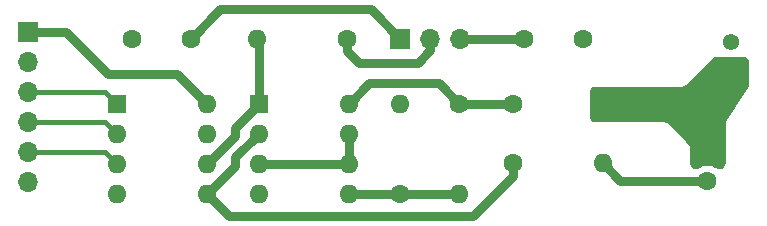
<source format=gtl>
G04 #@! TF.GenerationSoftware,KiCad,Pcbnew,(5.1.10)-1*
G04 #@! TF.CreationDate,2022-03-26T09:57:36-04:00*
G04 #@! TF.ProjectId,Microphone Amplifier,4d696372-6f70-4686-9f6e-6520416d706c,rev?*
G04 #@! TF.SameCoordinates,Original*
G04 #@! TF.FileFunction,Copper,L1,Top*
G04 #@! TF.FilePolarity,Positive*
%FSLAX46Y46*%
G04 Gerber Fmt 4.6, Leading zero omitted, Abs format (unit mm)*
G04 Created by KiCad (PCBNEW (5.1.10)-1) date 2022-03-26 09:57:36*
%MOMM*%
%LPD*%
G01*
G04 APERTURE LIST*
G04 #@! TA.AperFunction,ComponentPad*
%ADD10C,1.600000*%
G04 #@! TD*
G04 #@! TA.AperFunction,ComponentPad*
%ADD11R,1.600000X1.600000*%
G04 #@! TD*
G04 #@! TA.AperFunction,ComponentPad*
%ADD12O,1.600000X1.600000*%
G04 #@! TD*
G04 #@! TA.AperFunction,ComponentPad*
%ADD13C,1.378000*%
G04 #@! TD*
G04 #@! TA.AperFunction,ComponentPad*
%ADD14R,1.378000X1.378000*%
G04 #@! TD*
G04 #@! TA.AperFunction,ComponentPad*
%ADD15O,1.700000X1.700000*%
G04 #@! TD*
G04 #@! TA.AperFunction,ComponentPad*
%ADD16R,1.700000X1.700000*%
G04 #@! TD*
G04 #@! TA.AperFunction,Conductor*
%ADD17C,0.750000*%
G04 #@! TD*
G04 #@! TA.AperFunction,Conductor*
%ADD18C,0.400000*%
G04 #@! TD*
G04 #@! TA.AperFunction,Conductor*
%ADD19C,0.254000*%
G04 #@! TD*
G04 #@! TA.AperFunction,Conductor*
%ADD20C,0.100000*%
G04 #@! TD*
G04 APERTURE END LIST*
D10*
X156000000Y-122500000D03*
D11*
X156000000Y-120500000D03*
D12*
X113620000Y-116000000D03*
X106000000Y-123620000D03*
X113620000Y-118540000D03*
X106000000Y-121080000D03*
X113620000Y-121080000D03*
X106000000Y-118540000D03*
X113620000Y-123620000D03*
D11*
X106000000Y-116000000D03*
D12*
X125620000Y-116000000D03*
X118000000Y-123620000D03*
X125620000Y-118540000D03*
X118000000Y-121080000D03*
X125620000Y-121080000D03*
X118000000Y-118540000D03*
X125620000Y-123620000D03*
D11*
X118000000Y-116000000D03*
D12*
X147120000Y-121000000D03*
D10*
X139500000Y-121000000D03*
D12*
X117880000Y-110500000D03*
D10*
X125500000Y-110500000D03*
D12*
X147120000Y-116000000D03*
D10*
X139500000Y-116000000D03*
D12*
X130000000Y-116000000D03*
D10*
X130000000Y-123620000D03*
D12*
X135000000Y-123620000D03*
D10*
X135000000Y-116000000D03*
D13*
X158000000Y-110730000D03*
D14*
X158000000Y-113270000D03*
D15*
X135080000Y-110500000D03*
X132540000Y-110500000D03*
D16*
X130000000Y-110500000D03*
D15*
X98500000Y-122620000D03*
X98500000Y-120080000D03*
X98500000Y-117540000D03*
X98500000Y-115000000D03*
X98500000Y-112460000D03*
D16*
X98500000Y-109920000D03*
D10*
X145500000Y-110500000D03*
X140500000Y-110500000D03*
X107250000Y-110500000D03*
X112250000Y-110500000D03*
D17*
X148620000Y-122500000D02*
X147120000Y-121000000D01*
X156000000Y-122500000D02*
X148620000Y-122500000D01*
X112250000Y-110500000D02*
X114750000Y-108000000D01*
X127500000Y-108000000D02*
X130000000Y-110500000D01*
X114750000Y-108000000D02*
X127500000Y-108000000D01*
X140500000Y-110500000D02*
X135080000Y-110500000D01*
D18*
X105000000Y-115000000D02*
X106000000Y-116000000D01*
X98500000Y-115000000D02*
X105000000Y-115000000D01*
X105000000Y-120080000D02*
X106000000Y-121080000D01*
X98500000Y-120080000D02*
X105000000Y-120080000D01*
X105000000Y-117540000D02*
X106000000Y-118540000D01*
X98500000Y-117540000D02*
X105000000Y-117540000D01*
X125500000Y-110500000D02*
X125500000Y-111000000D01*
D17*
X125500000Y-111500000D02*
X125500000Y-110500000D01*
X126500000Y-112500000D02*
X125500000Y-111500000D01*
X131500000Y-112500000D02*
X126500000Y-112500000D01*
X132540000Y-111460000D02*
X131500000Y-112500000D01*
X132540000Y-111460000D02*
X132540000Y-110500000D01*
X127370000Y-114250000D02*
X125620000Y-116000000D01*
X133250000Y-114250000D02*
X127370000Y-114250000D01*
X135000000Y-116000000D02*
X133250000Y-114250000D01*
X135000000Y-116000000D02*
X139500000Y-116000000D01*
X111120000Y-113500000D02*
X113620000Y-116000000D01*
X105250000Y-113500000D02*
X111120000Y-113500000D01*
X101670000Y-109920000D02*
X105250000Y-113500000D01*
X98500000Y-109920000D02*
X101670000Y-109920000D01*
X135000000Y-123620000D02*
X130000000Y-123620000D01*
X125620000Y-123620000D02*
X130000000Y-123620000D01*
D18*
X117880000Y-115880000D02*
X118000000Y-116000000D01*
D17*
X118000000Y-110620000D02*
X117880000Y-110500000D01*
X118000000Y-116000000D02*
X118000000Y-110620000D01*
X116000000Y-118000000D02*
X118000000Y-116000000D01*
X116000000Y-118700000D02*
X116000000Y-118000000D01*
X113620000Y-121080000D02*
X116000000Y-118700000D01*
X115500000Y-125500000D02*
X113620000Y-123620000D01*
X136131370Y-125500000D02*
X115500000Y-125500000D01*
X139500000Y-122131370D02*
X136131370Y-125500000D01*
X139500000Y-121000000D02*
X139500000Y-122131370D01*
X116040000Y-120500000D02*
X118000000Y-118540000D01*
X116000000Y-120500000D02*
X116040000Y-120500000D01*
X116000000Y-121240000D02*
X116000000Y-120500000D01*
X113620000Y-123620000D02*
X116000000Y-121240000D01*
X125620000Y-118540000D02*
X125620000Y-121080000D01*
X125620000Y-121080000D02*
X118000000Y-121080000D01*
D19*
X159096257Y-112140769D02*
X159185955Y-112177923D01*
X159262976Y-112237024D01*
X159322077Y-112314045D01*
X159359231Y-112403743D01*
X159373000Y-112508328D01*
X159373000Y-114339262D01*
X159355671Y-114456299D01*
X159305166Y-114563298D01*
X157478305Y-117303591D01*
X157469126Y-117319828D01*
X157406605Y-117452286D01*
X157395824Y-117487894D01*
X157374370Y-117632786D01*
X157373000Y-117651388D01*
X157373000Y-120991672D01*
X157359231Y-121096257D01*
X157322077Y-121185955D01*
X157262976Y-121262976D01*
X157185955Y-121322077D01*
X157096257Y-121359231D01*
X156991672Y-121373000D01*
X156896256Y-121373000D01*
X156679727Y-121228320D01*
X156418574Y-121120147D01*
X156141335Y-121065000D01*
X155858665Y-121065000D01*
X155581426Y-121120147D01*
X155320273Y-121228320D01*
X155103744Y-121373000D01*
X155008328Y-121373000D01*
X154903743Y-121359231D01*
X154814045Y-121322077D01*
X154737024Y-121262976D01*
X154677923Y-121185955D01*
X154640769Y-121096257D01*
X154627000Y-120991672D01*
X154627000Y-119707107D01*
X154625914Y-119690530D01*
X154608877Y-119561120D01*
X154600296Y-119529096D01*
X154550346Y-119408506D01*
X154533769Y-119379794D01*
X154454309Y-119276240D01*
X154443356Y-119263750D01*
X152736250Y-117556644D01*
X152723760Y-117545691D01*
X152620206Y-117466231D01*
X152591494Y-117449654D01*
X152470904Y-117399704D01*
X152438880Y-117391123D01*
X152309470Y-117374086D01*
X152292893Y-117373000D01*
X146508328Y-117373000D01*
X146403743Y-117359231D01*
X146314045Y-117322077D01*
X146237024Y-117262976D01*
X146177923Y-117185955D01*
X146140769Y-117096257D01*
X146127000Y-116991672D01*
X146127000Y-115008328D01*
X146140769Y-114903743D01*
X146177923Y-114814045D01*
X146237024Y-114737024D01*
X146314045Y-114677923D01*
X146403743Y-114640769D01*
X146508328Y-114627000D01*
X153792893Y-114627000D01*
X153809470Y-114625914D01*
X153938880Y-114608877D01*
X153970904Y-114600296D01*
X154091494Y-114550346D01*
X154120206Y-114533769D01*
X154223760Y-114454309D01*
X154236250Y-114443356D01*
X156437472Y-112242134D01*
X156521155Y-112177922D01*
X156610850Y-112140769D01*
X156715435Y-112127000D01*
X158991672Y-112127000D01*
X159096257Y-112140769D01*
G04 #@! TA.AperFunction,Conductor*
D20*
G36*
X159096257Y-112140769D02*
G01*
X159185955Y-112177923D01*
X159262976Y-112237024D01*
X159322077Y-112314045D01*
X159359231Y-112403743D01*
X159373000Y-112508328D01*
X159373000Y-114339262D01*
X159355671Y-114456299D01*
X159305166Y-114563298D01*
X157478305Y-117303591D01*
X157469126Y-117319828D01*
X157406605Y-117452286D01*
X157395824Y-117487894D01*
X157374370Y-117632786D01*
X157373000Y-117651388D01*
X157373000Y-120991672D01*
X157359231Y-121096257D01*
X157322077Y-121185955D01*
X157262976Y-121262976D01*
X157185955Y-121322077D01*
X157096257Y-121359231D01*
X156991672Y-121373000D01*
X156896256Y-121373000D01*
X156679727Y-121228320D01*
X156418574Y-121120147D01*
X156141335Y-121065000D01*
X155858665Y-121065000D01*
X155581426Y-121120147D01*
X155320273Y-121228320D01*
X155103744Y-121373000D01*
X155008328Y-121373000D01*
X154903743Y-121359231D01*
X154814045Y-121322077D01*
X154737024Y-121262976D01*
X154677923Y-121185955D01*
X154640769Y-121096257D01*
X154627000Y-120991672D01*
X154627000Y-119707107D01*
X154625914Y-119690530D01*
X154608877Y-119561120D01*
X154600296Y-119529096D01*
X154550346Y-119408506D01*
X154533769Y-119379794D01*
X154454309Y-119276240D01*
X154443356Y-119263750D01*
X152736250Y-117556644D01*
X152723760Y-117545691D01*
X152620206Y-117466231D01*
X152591494Y-117449654D01*
X152470904Y-117399704D01*
X152438880Y-117391123D01*
X152309470Y-117374086D01*
X152292893Y-117373000D01*
X146508328Y-117373000D01*
X146403743Y-117359231D01*
X146314045Y-117322077D01*
X146237024Y-117262976D01*
X146177923Y-117185955D01*
X146140769Y-117096257D01*
X146127000Y-116991672D01*
X146127000Y-115008328D01*
X146140769Y-114903743D01*
X146177923Y-114814045D01*
X146237024Y-114737024D01*
X146314045Y-114677923D01*
X146403743Y-114640769D01*
X146508328Y-114627000D01*
X153792893Y-114627000D01*
X153809470Y-114625914D01*
X153938880Y-114608877D01*
X153970904Y-114600296D01*
X154091494Y-114550346D01*
X154120206Y-114533769D01*
X154223760Y-114454309D01*
X154236250Y-114443356D01*
X156437472Y-112242134D01*
X156521155Y-112177922D01*
X156610850Y-112140769D01*
X156715435Y-112127000D01*
X158991672Y-112127000D01*
X159096257Y-112140769D01*
G37*
G04 #@! TD.AperFunction*
M02*

</source>
